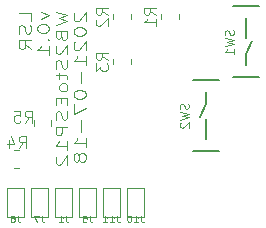
<source format=gbr>
%TF.GenerationSoftware,KiCad,Pcbnew,5.1.5+dfsg1-2build2*%
%TF.CreationDate,2021-07-18T22:40:15+02:00*%
%TF.ProjectId,wb2s,77623273-2e6b-4696-9361-645f70636258,rev?*%
%TF.SameCoordinates,Original*%
%TF.FileFunction,Legend,Bot*%
%TF.FilePolarity,Positive*%
%FSLAX46Y46*%
G04 Gerber Fmt 4.6, Leading zero omitted, Abs format (unit mm)*
G04 Created by KiCad (PCBNEW 5.1.5+dfsg1-2build2) date 2021-07-18 22:40:15*
%MOMM*%
%LPD*%
G04 APERTURE LIST*
%ADD10C,0.050800*%
%ADD11C,0.120000*%
%ADD12C,0.127000*%
%ADD13C,0.125000*%
G04 APERTURE END LIST*
D10*
X90328180Y-109673591D02*
X90328180Y-109054543D01*
X89328180Y-109054543D01*
X90280561Y-110045020D02*
X90328180Y-110230734D01*
X90328180Y-110540258D01*
X90280561Y-110664067D01*
X90232942Y-110725972D01*
X90137704Y-110787877D01*
X90042466Y-110787877D01*
X89947228Y-110725972D01*
X89899609Y-110664067D01*
X89851990Y-110540258D01*
X89804371Y-110292639D01*
X89756752Y-110168829D01*
X89709133Y-110106924D01*
X89613895Y-110045020D01*
X89518657Y-110045020D01*
X89423419Y-110106924D01*
X89375800Y-110168829D01*
X89328180Y-110292639D01*
X89328180Y-110602162D01*
X89375800Y-110787877D01*
X90328180Y-112087877D02*
X89851990Y-111654543D01*
X90328180Y-111345020D02*
X89328180Y-111345020D01*
X89328180Y-111840258D01*
X89375800Y-111964067D01*
X89423419Y-112025972D01*
X89518657Y-112087877D01*
X89661514Y-112087877D01*
X89756752Y-112025972D01*
X89804371Y-111964067D01*
X89851990Y-111840258D01*
X89851990Y-111345020D01*
X91212314Y-108930734D02*
X91878980Y-109240258D01*
X91212314Y-109549781D01*
X90878980Y-110292639D02*
X90878980Y-110416448D01*
X90926600Y-110540258D01*
X90974219Y-110602162D01*
X91069457Y-110664067D01*
X91259933Y-110725972D01*
X91498028Y-110725972D01*
X91688504Y-110664067D01*
X91783742Y-110602162D01*
X91831361Y-110540258D01*
X91878980Y-110416448D01*
X91878980Y-110292639D01*
X91831361Y-110168829D01*
X91783742Y-110106924D01*
X91688504Y-110045020D01*
X91498028Y-109983115D01*
X91259933Y-109983115D01*
X91069457Y-110045020D01*
X90974219Y-110106924D01*
X90926600Y-110168829D01*
X90878980Y-110292639D01*
X91783742Y-111283115D02*
X91831361Y-111345020D01*
X91878980Y-111283115D01*
X91831361Y-111221210D01*
X91783742Y-111283115D01*
X91878980Y-111283115D01*
X91878980Y-112583115D02*
X91878980Y-111840258D01*
X91878980Y-112211686D02*
X90878980Y-112211686D01*
X91021838Y-112087877D01*
X91117076Y-111964067D01*
X91164695Y-111840258D01*
X92429780Y-108930734D02*
X93429780Y-109240258D01*
X92715495Y-109487877D01*
X93429780Y-109735496D01*
X92429780Y-110045020D01*
X92905971Y-110973591D02*
X92953590Y-111159305D01*
X93001209Y-111221210D01*
X93096447Y-111283115D01*
X93239304Y-111283115D01*
X93334542Y-111221210D01*
X93382161Y-111159305D01*
X93429780Y-111035496D01*
X93429780Y-110540258D01*
X92429780Y-110540258D01*
X92429780Y-110973591D01*
X92477400Y-111097400D01*
X92525019Y-111159305D01*
X92620257Y-111221210D01*
X92715495Y-111221210D01*
X92810733Y-111159305D01*
X92858352Y-111097400D01*
X92905971Y-110973591D01*
X92905971Y-110540258D01*
X92525019Y-111778353D02*
X92477400Y-111840258D01*
X92429780Y-111964067D01*
X92429780Y-112273591D01*
X92477400Y-112397400D01*
X92525019Y-112459305D01*
X92620257Y-112521210D01*
X92715495Y-112521210D01*
X92858352Y-112459305D01*
X93429780Y-111716448D01*
X93429780Y-112521210D01*
X93382161Y-113016448D02*
X93429780Y-113202162D01*
X93429780Y-113511686D01*
X93382161Y-113635496D01*
X93334542Y-113697400D01*
X93239304Y-113759305D01*
X93144066Y-113759305D01*
X93048828Y-113697400D01*
X93001209Y-113635496D01*
X92953590Y-113511686D01*
X92905971Y-113264067D01*
X92858352Y-113140258D01*
X92810733Y-113078353D01*
X92715495Y-113016448D01*
X92620257Y-113016448D01*
X92525019Y-113078353D01*
X92477400Y-113140258D01*
X92429780Y-113264067D01*
X92429780Y-113573591D01*
X92477400Y-113759305D01*
X92763114Y-114130734D02*
X92763114Y-114625972D01*
X92429780Y-114316448D02*
X93286923Y-114316448D01*
X93382161Y-114378353D01*
X93429780Y-114502162D01*
X93429780Y-114625972D01*
X93429780Y-115245020D02*
X93382161Y-115121210D01*
X93334542Y-115059305D01*
X93239304Y-114997400D01*
X92953590Y-114997400D01*
X92858352Y-115059305D01*
X92810733Y-115121210D01*
X92763114Y-115245020D01*
X92763114Y-115430734D01*
X92810733Y-115554543D01*
X92858352Y-115616448D01*
X92953590Y-115678353D01*
X93239304Y-115678353D01*
X93334542Y-115616448D01*
X93382161Y-115554543D01*
X93429780Y-115430734D01*
X93429780Y-115245020D01*
X92905971Y-116235496D02*
X92905971Y-116668829D01*
X93429780Y-116854543D02*
X93429780Y-116235496D01*
X92429780Y-116235496D01*
X92429780Y-116854543D01*
X93382161Y-117349781D02*
X93429780Y-117535496D01*
X93429780Y-117845020D01*
X93382161Y-117968829D01*
X93334542Y-118030734D01*
X93239304Y-118092639D01*
X93144066Y-118092639D01*
X93048828Y-118030734D01*
X93001209Y-117968829D01*
X92953590Y-117845020D01*
X92905971Y-117597400D01*
X92858352Y-117473591D01*
X92810733Y-117411686D01*
X92715495Y-117349781D01*
X92620257Y-117349781D01*
X92525019Y-117411686D01*
X92477400Y-117473591D01*
X92429780Y-117597400D01*
X92429780Y-117906924D01*
X92477400Y-118092639D01*
X93429780Y-118649781D02*
X92429780Y-118649781D01*
X92429780Y-119145020D01*
X92477400Y-119268829D01*
X92525019Y-119330734D01*
X92620257Y-119392639D01*
X92763114Y-119392639D01*
X92858352Y-119330734D01*
X92905971Y-119268829D01*
X92953590Y-119145020D01*
X92953590Y-118649781D01*
X93429780Y-120630734D02*
X93429780Y-119887877D01*
X93429780Y-120259305D02*
X92429780Y-120259305D01*
X92572638Y-120135496D01*
X92667876Y-120011686D01*
X92715495Y-119887877D01*
X92525019Y-121125972D02*
X92477400Y-121187877D01*
X92429780Y-121311686D01*
X92429780Y-121621210D01*
X92477400Y-121745020D01*
X92525019Y-121806924D01*
X92620257Y-121868829D01*
X92715495Y-121868829D01*
X92858352Y-121806924D01*
X93429780Y-121064067D01*
X93429780Y-121868829D01*
X94075819Y-108992639D02*
X94028200Y-109054543D01*
X93980580Y-109178353D01*
X93980580Y-109487877D01*
X94028200Y-109611686D01*
X94075819Y-109673591D01*
X94171057Y-109735496D01*
X94266295Y-109735496D01*
X94409152Y-109673591D01*
X94980580Y-108930734D01*
X94980580Y-109735496D01*
X93980580Y-110540258D02*
X93980580Y-110664067D01*
X94028200Y-110787877D01*
X94075819Y-110849781D01*
X94171057Y-110911686D01*
X94361533Y-110973591D01*
X94599628Y-110973591D01*
X94790104Y-110911686D01*
X94885342Y-110849781D01*
X94932961Y-110787877D01*
X94980580Y-110664067D01*
X94980580Y-110540258D01*
X94932961Y-110416448D01*
X94885342Y-110354543D01*
X94790104Y-110292639D01*
X94599628Y-110230734D01*
X94361533Y-110230734D01*
X94171057Y-110292639D01*
X94075819Y-110354543D01*
X94028200Y-110416448D01*
X93980580Y-110540258D01*
X94075819Y-111468829D02*
X94028200Y-111530734D01*
X93980580Y-111654543D01*
X93980580Y-111964067D01*
X94028200Y-112087877D01*
X94075819Y-112149781D01*
X94171057Y-112211686D01*
X94266295Y-112211686D01*
X94409152Y-112149781D01*
X94980580Y-111406924D01*
X94980580Y-112211686D01*
X94980580Y-113449781D02*
X94980580Y-112706924D01*
X94980580Y-113078353D02*
X93980580Y-113078353D01*
X94123438Y-112954543D01*
X94218676Y-112830734D01*
X94266295Y-112706924D01*
X94599628Y-114006924D02*
X94599628Y-114997400D01*
X93980580Y-115864067D02*
X93980580Y-115987877D01*
X94028200Y-116111686D01*
X94075819Y-116173591D01*
X94171057Y-116235496D01*
X94361533Y-116297400D01*
X94599628Y-116297400D01*
X94790104Y-116235496D01*
X94885342Y-116173591D01*
X94932961Y-116111686D01*
X94980580Y-115987877D01*
X94980580Y-115864067D01*
X94932961Y-115740258D01*
X94885342Y-115678353D01*
X94790104Y-115616448D01*
X94599628Y-115554543D01*
X94361533Y-115554543D01*
X94171057Y-115616448D01*
X94075819Y-115678353D01*
X94028200Y-115740258D01*
X93980580Y-115864067D01*
X93980580Y-116730734D02*
X93980580Y-117597400D01*
X94980580Y-117040258D01*
X94599628Y-118092639D02*
X94599628Y-119083115D01*
X94980580Y-120383115D02*
X94980580Y-119640258D01*
X94980580Y-120011686D02*
X93980580Y-120011686D01*
X94123438Y-119887877D01*
X94218676Y-119764067D01*
X94266295Y-119640258D01*
X94409152Y-121125972D02*
X94361533Y-121002162D01*
X94313914Y-120940258D01*
X94218676Y-120878353D01*
X94171057Y-120878353D01*
X94075819Y-120940258D01*
X94028200Y-121002162D01*
X93980580Y-121125972D01*
X93980580Y-121373591D01*
X94028200Y-121497400D01*
X94075819Y-121559305D01*
X94171057Y-121621210D01*
X94218676Y-121621210D01*
X94313914Y-121559305D01*
X94361533Y-121497400D01*
X94409152Y-121373591D01*
X94409152Y-121125972D01*
X94456771Y-121002162D01*
X94504390Y-120940258D01*
X94599628Y-120878353D01*
X94790104Y-120878353D01*
X94885342Y-120940258D01*
X94932961Y-121002162D01*
X94980580Y-121125972D01*
X94980580Y-121373591D01*
X94932961Y-121497400D01*
X94885342Y-121559305D01*
X94790104Y-121621210D01*
X94599628Y-121621210D01*
X94504390Y-121559305D01*
X94456771Y-121497400D01*
X94409152Y-121373591D01*
D11*
%TO.C,R5*%
X92023000Y-118111748D02*
X92023000Y-118634252D01*
X90603000Y-118111748D02*
X90603000Y-118634252D01*
D12*
%TO.C,SW1*%
X108585000Y-111180880D02*
X108585000Y-109481620D01*
X108585000Y-112478820D02*
X109082840Y-111381540D01*
X108585000Y-113479580D02*
X108585000Y-112478820D01*
X109684820Y-108480860D02*
X107485180Y-108480860D01*
X109684820Y-114480340D02*
X107485180Y-114480340D01*
%TO.C,SW2*%
X104056180Y-114703860D02*
X106255820Y-114703860D01*
X104056180Y-120703340D02*
X106255820Y-120703340D01*
X105156000Y-115704620D02*
X105156000Y-116705380D01*
X105156000Y-116705380D02*
X104658160Y-117802660D01*
X105156000Y-118003320D02*
X105156000Y-119702580D01*
D11*
%TO.C,R2*%
X97309000Y-109103936D02*
X97309000Y-109558064D01*
X98779000Y-109103936D02*
X98779000Y-109558064D01*
%TO.C,R1*%
X101373000Y-109103936D02*
X101373000Y-109558064D01*
X102843000Y-109103936D02*
X102843000Y-109558064D01*
%TO.C,R3*%
X97309000Y-112913936D02*
X97309000Y-113368064D01*
X98779000Y-112913936D02*
X98779000Y-113368064D01*
%TO.C,R4*%
X88910936Y-120677000D02*
X89365064Y-120677000D01*
X88910936Y-122147000D02*
X89365064Y-122147000D01*
%TO.C,J1*%
X92391000Y-123895000D02*
X92391000Y-126295000D01*
X93791000Y-123895000D02*
X92391000Y-123895000D01*
X93791000Y-126295000D02*
X93791000Y-123895000D01*
X92391000Y-126295000D02*
X93791000Y-126295000D01*
%TO.C,J5*%
X94423000Y-126295000D02*
X95823000Y-126295000D01*
X95823000Y-126295000D02*
X95823000Y-123895000D01*
X95823000Y-123895000D02*
X94423000Y-123895000D01*
X94423000Y-123895000D02*
X94423000Y-126295000D01*
%TO.C,J6*%
X88327000Y-126295000D02*
X89727000Y-126295000D01*
X89727000Y-126295000D02*
X89727000Y-123895000D01*
X89727000Y-123895000D02*
X88327000Y-123895000D01*
X88327000Y-123895000D02*
X88327000Y-126295000D01*
%TO.C,J7*%
X90359000Y-123895000D02*
X90359000Y-126295000D01*
X91759000Y-123895000D02*
X90359000Y-123895000D01*
X91759000Y-126295000D02*
X91759000Y-123895000D01*
X90359000Y-126295000D02*
X91759000Y-126295000D01*
%TO.C,J10*%
X98487000Y-126295000D02*
X99887000Y-126295000D01*
X99887000Y-126295000D02*
X99887000Y-123895000D01*
X99887000Y-123895000D02*
X98487000Y-123895000D01*
X98487000Y-123895000D02*
X98487000Y-126295000D01*
%TO.C,J11*%
X96455000Y-123895000D02*
X96455000Y-126295000D01*
X97855000Y-123895000D02*
X96455000Y-123895000D01*
X97855000Y-126295000D02*
X97855000Y-123895000D01*
X96455000Y-126295000D02*
X97855000Y-126295000D01*
%TO.C,R5*%
D10*
X89828666Y-118317380D02*
X90162000Y-117841190D01*
X90400095Y-118317380D02*
X90400095Y-117317380D01*
X90019142Y-117317380D01*
X89923904Y-117365000D01*
X89876285Y-117412619D01*
X89828666Y-117507857D01*
X89828666Y-117650714D01*
X89876285Y-117745952D01*
X89923904Y-117793571D01*
X90019142Y-117841190D01*
X90400095Y-117841190D01*
X88923904Y-117317380D02*
X89400095Y-117317380D01*
X89447714Y-117793571D01*
X89400095Y-117745952D01*
X89304857Y-117698333D01*
X89066761Y-117698333D01*
X88971523Y-117745952D01*
X88923904Y-117793571D01*
X88876285Y-117888809D01*
X88876285Y-118126904D01*
X88923904Y-118222142D01*
X88971523Y-118269761D01*
X89066761Y-118317380D01*
X89304857Y-118317380D01*
X89400095Y-118269761D01*
X89447714Y-118222142D01*
%TO.C,SW1*%
X107496428Y-110490000D02*
X107532714Y-110598857D01*
X107532714Y-110780285D01*
X107496428Y-110852857D01*
X107460142Y-110889142D01*
X107387571Y-110925428D01*
X107315000Y-110925428D01*
X107242428Y-110889142D01*
X107206142Y-110852857D01*
X107169857Y-110780285D01*
X107133571Y-110635142D01*
X107097285Y-110562571D01*
X107061000Y-110526285D01*
X106988428Y-110490000D01*
X106915857Y-110490000D01*
X106843285Y-110526285D01*
X106807000Y-110562571D01*
X106770714Y-110635142D01*
X106770714Y-110816571D01*
X106807000Y-110925428D01*
X106770714Y-111179428D02*
X107532714Y-111360857D01*
X106988428Y-111506000D01*
X107532714Y-111651142D01*
X106770714Y-111832571D01*
X107532714Y-112522000D02*
X107532714Y-112086571D01*
X107532714Y-112304285D02*
X106770714Y-112304285D01*
X106879571Y-112231714D01*
X106952142Y-112159142D01*
X106988428Y-112086571D01*
%TO.C,SW2*%
X103686428Y-116713000D02*
X103722714Y-116821857D01*
X103722714Y-117003285D01*
X103686428Y-117075857D01*
X103650142Y-117112142D01*
X103577571Y-117148428D01*
X103505000Y-117148428D01*
X103432428Y-117112142D01*
X103396142Y-117075857D01*
X103359857Y-117003285D01*
X103323571Y-116858142D01*
X103287285Y-116785571D01*
X103251000Y-116749285D01*
X103178428Y-116713000D01*
X103105857Y-116713000D01*
X103033285Y-116749285D01*
X102997000Y-116785571D01*
X102960714Y-116858142D01*
X102960714Y-117039571D01*
X102997000Y-117148428D01*
X102960714Y-117402428D02*
X103722714Y-117583857D01*
X103178428Y-117729000D01*
X103722714Y-117874142D01*
X102960714Y-118055571D01*
X103033285Y-118309571D02*
X102997000Y-118345857D01*
X102960714Y-118418428D01*
X102960714Y-118599857D01*
X102997000Y-118672428D01*
X103033285Y-118708714D01*
X103105857Y-118745000D01*
X103178428Y-118745000D01*
X103287285Y-118708714D01*
X103722714Y-118273285D01*
X103722714Y-118745000D01*
%TO.C,R2*%
X96846380Y-109164333D02*
X96370190Y-108831000D01*
X96846380Y-108592904D02*
X95846380Y-108592904D01*
X95846380Y-108973857D01*
X95894000Y-109069095D01*
X95941619Y-109116714D01*
X96036857Y-109164333D01*
X96179714Y-109164333D01*
X96274952Y-109116714D01*
X96322571Y-109069095D01*
X96370190Y-108973857D01*
X96370190Y-108592904D01*
X95941619Y-109545285D02*
X95894000Y-109592904D01*
X95846380Y-109688142D01*
X95846380Y-109926238D01*
X95894000Y-110021476D01*
X95941619Y-110069095D01*
X96036857Y-110116714D01*
X96132095Y-110116714D01*
X96274952Y-110069095D01*
X96846380Y-109497666D01*
X96846380Y-110116714D01*
%TO.C,R1*%
X100910380Y-109164333D02*
X100434190Y-108831000D01*
X100910380Y-108592904D02*
X99910380Y-108592904D01*
X99910380Y-108973857D01*
X99958000Y-109069095D01*
X100005619Y-109116714D01*
X100100857Y-109164333D01*
X100243714Y-109164333D01*
X100338952Y-109116714D01*
X100386571Y-109069095D01*
X100434190Y-108973857D01*
X100434190Y-108592904D01*
X100910380Y-110116714D02*
X100910380Y-109545285D01*
X100910380Y-109831000D02*
X99910380Y-109831000D01*
X100053238Y-109735761D01*
X100148476Y-109640523D01*
X100196095Y-109545285D01*
%TO.C,R3*%
X96846380Y-112974333D02*
X96370190Y-112641000D01*
X96846380Y-112402904D02*
X95846380Y-112402904D01*
X95846380Y-112783857D01*
X95894000Y-112879095D01*
X95941619Y-112926714D01*
X96036857Y-112974333D01*
X96179714Y-112974333D01*
X96274952Y-112926714D01*
X96322571Y-112879095D01*
X96370190Y-112783857D01*
X96370190Y-112402904D01*
X95846380Y-113307666D02*
X95846380Y-113926714D01*
X96227333Y-113593380D01*
X96227333Y-113736238D01*
X96274952Y-113831476D01*
X96322571Y-113879095D01*
X96417809Y-113926714D01*
X96655904Y-113926714D01*
X96751142Y-113879095D01*
X96798761Y-113831476D01*
X96846380Y-113736238D01*
X96846380Y-113450523D01*
X96798761Y-113355285D01*
X96751142Y-113307666D01*
%TO.C,R4*%
X89320666Y-120467380D02*
X89654000Y-119991190D01*
X89892095Y-120467380D02*
X89892095Y-119467380D01*
X89511142Y-119467380D01*
X89415904Y-119515000D01*
X89368285Y-119562619D01*
X89320666Y-119657857D01*
X89320666Y-119800714D01*
X89368285Y-119895952D01*
X89415904Y-119943571D01*
X89511142Y-119991190D01*
X89892095Y-119991190D01*
X88463523Y-119800714D02*
X88463523Y-120467380D01*
X88701619Y-119419761D02*
X88939714Y-120134047D01*
X88320666Y-120134047D01*
%TO.C,J1*%
D13*
X93291000Y-126218190D02*
X93291000Y-126575333D01*
X93319571Y-126646761D01*
X93376714Y-126694380D01*
X93462428Y-126718190D01*
X93519571Y-126718190D01*
X92691000Y-126718190D02*
X93033857Y-126718190D01*
X92862428Y-126718190D02*
X92862428Y-126218190D01*
X92919571Y-126289619D01*
X92976714Y-126337238D01*
X93033857Y-126361047D01*
%TO.C,J5*%
X95323000Y-126218190D02*
X95323000Y-126575333D01*
X95351571Y-126646761D01*
X95408714Y-126694380D01*
X95494428Y-126718190D01*
X95551571Y-126718190D01*
X94751571Y-126218190D02*
X95037285Y-126218190D01*
X95065857Y-126456285D01*
X95037285Y-126432476D01*
X94980142Y-126408666D01*
X94837285Y-126408666D01*
X94780142Y-126432476D01*
X94751571Y-126456285D01*
X94723000Y-126503904D01*
X94723000Y-126622952D01*
X94751571Y-126670571D01*
X94780142Y-126694380D01*
X94837285Y-126718190D01*
X94980142Y-126718190D01*
X95037285Y-126694380D01*
X95065857Y-126670571D01*
%TO.C,J6*%
X89227000Y-126218190D02*
X89227000Y-126575333D01*
X89255571Y-126646761D01*
X89312714Y-126694380D01*
X89398428Y-126718190D01*
X89455571Y-126718190D01*
X88684142Y-126218190D02*
X88798428Y-126218190D01*
X88855571Y-126242000D01*
X88884142Y-126265809D01*
X88941285Y-126337238D01*
X88969857Y-126432476D01*
X88969857Y-126622952D01*
X88941285Y-126670571D01*
X88912714Y-126694380D01*
X88855571Y-126718190D01*
X88741285Y-126718190D01*
X88684142Y-126694380D01*
X88655571Y-126670571D01*
X88627000Y-126622952D01*
X88627000Y-126503904D01*
X88655571Y-126456285D01*
X88684142Y-126432476D01*
X88741285Y-126408666D01*
X88855571Y-126408666D01*
X88912714Y-126432476D01*
X88941285Y-126456285D01*
X88969857Y-126503904D01*
%TO.C,J7*%
X91259000Y-126218190D02*
X91259000Y-126575333D01*
X91287571Y-126646761D01*
X91344714Y-126694380D01*
X91430428Y-126718190D01*
X91487571Y-126718190D01*
X91030428Y-126218190D02*
X90630428Y-126218190D01*
X90887571Y-126718190D01*
%TO.C,J10*%
X99672714Y-126218190D02*
X99672714Y-126575333D01*
X99701285Y-126646761D01*
X99758428Y-126694380D01*
X99844142Y-126718190D01*
X99901285Y-126718190D01*
X99072714Y-126718190D02*
X99415571Y-126718190D01*
X99244142Y-126718190D02*
X99244142Y-126218190D01*
X99301285Y-126289619D01*
X99358428Y-126337238D01*
X99415571Y-126361047D01*
X98701285Y-126218190D02*
X98644142Y-126218190D01*
X98587000Y-126242000D01*
X98558428Y-126265809D01*
X98529857Y-126313428D01*
X98501285Y-126408666D01*
X98501285Y-126527714D01*
X98529857Y-126622952D01*
X98558428Y-126670571D01*
X98587000Y-126694380D01*
X98644142Y-126718190D01*
X98701285Y-126718190D01*
X98758428Y-126694380D01*
X98787000Y-126670571D01*
X98815571Y-126622952D01*
X98844142Y-126527714D01*
X98844142Y-126408666D01*
X98815571Y-126313428D01*
X98787000Y-126265809D01*
X98758428Y-126242000D01*
X98701285Y-126218190D01*
%TO.C,J11*%
X97640714Y-126218190D02*
X97640714Y-126575333D01*
X97669285Y-126646761D01*
X97726428Y-126694380D01*
X97812142Y-126718190D01*
X97869285Y-126718190D01*
X97040714Y-126718190D02*
X97383571Y-126718190D01*
X97212142Y-126718190D02*
X97212142Y-126218190D01*
X97269285Y-126289619D01*
X97326428Y-126337238D01*
X97383571Y-126361047D01*
X96469285Y-126718190D02*
X96812142Y-126718190D01*
X96640714Y-126718190D02*
X96640714Y-126218190D01*
X96697857Y-126289619D01*
X96755000Y-126337238D01*
X96812142Y-126361047D01*
%TD*%
M02*

</source>
